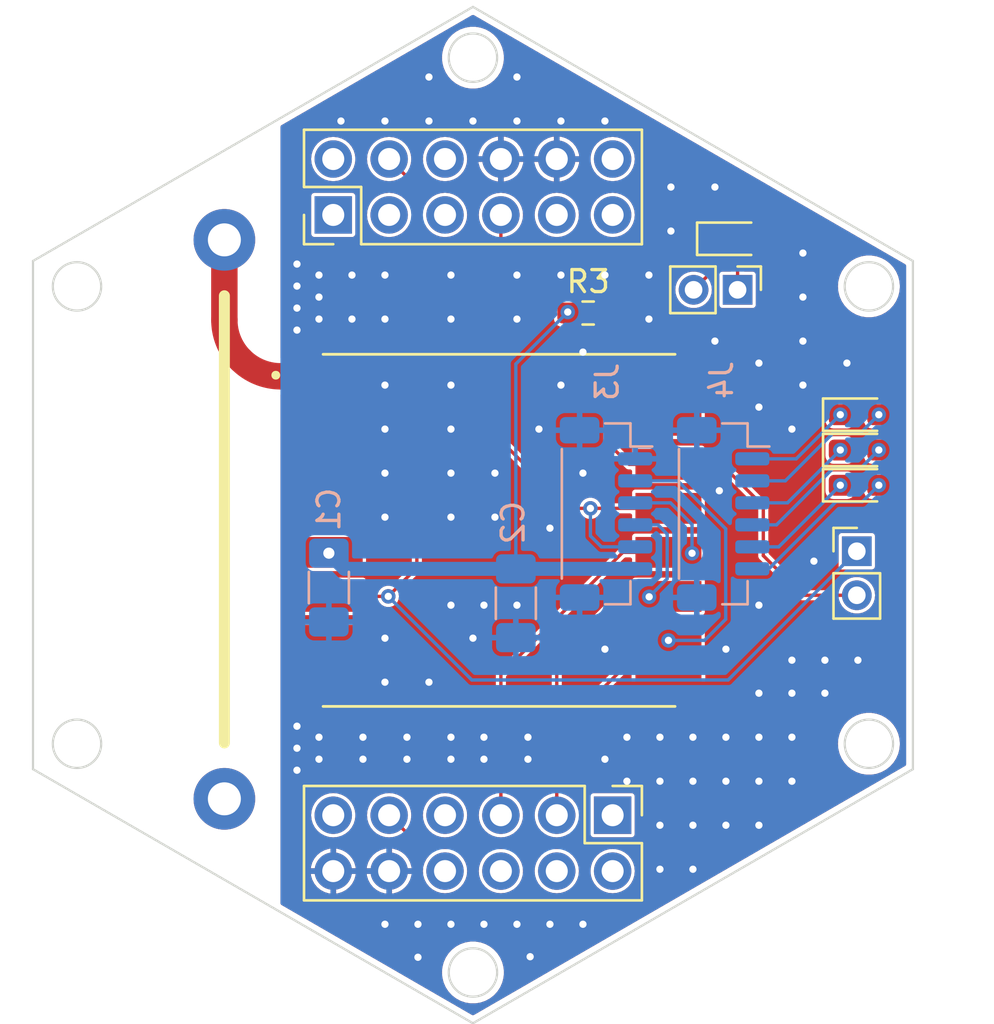
<source format=kicad_pcb>
(kicad_pcb (version 20221018) (generator pcbnew)
  (layers (0 "F.Cu" signal) (31 "B.Cu" signal) (34 "B.Paste" user) (35 "F.Paste" user) (36 "B.SilkS" user "B.Silkscreen") (37 "F.SilkS" user "F.Silkscreen") (38 "B.Mask" user) (39 "F.Mask" user) (44 "Edge.Cuts" user))
  (net 0 "")
  (net 1 "GND")
  (net 2 "VCC")
  (net 3 "/VBAT")
  (net 4 "/SDA")
  (net 5 "/SCL")
  (net 6 "/BAT_BR")
  (net 7 "/D8")
  (net 8 "/A3")
  (net 9 "/VBUS")
  (net 10 "/A2")
  (net 11 "/BURN_EN")
  (net 12 "/D12")
  (net 13 "/D10")
  (net 14 "/D1")
  (net 15 "/D3")
  (net 16 "/D2")
  (net 17 "/A4")
  (net 18 "/SCK")
  (net 19 "/A5")
  (net 20 "/MOSI")
  (net 21 "/MISO")
  (net 22 "/LoRa_CS")
  (net 24 "Net-(U1-ANT)")
  (net 25 "/RST_LoRa")
  (net 31 "/LED01")
  (net 32 "/LED02")
  (net 33 "/LED12")
  (net 34 "/LED11")
  (net 35 "/LED31")
  (net 36 "/LED32")
  (net 37 "/LED22")
  (net 38 "/LED21")
  (footprint "LED_SMD:LED_0603_1608Metric_Pad1.05x0.95mm_HandSolder" (layer "F.Cu") (at 167.735 97.148621)
    (fp_text reference "D2" hide)
    (fp_text value "LED")
    (fp_line (start -1.66 -0.735) (end -1.66 0.735) (stroke (width 0.12)) (layer "F.SilkS"))
    (fp_line (start -1.66 0.735) (end 0.8 0.735) (stroke (width 0.12)) (layer "F.SilkS"))
    (fp_line (start 0.8 -0.735) (end -1.66 -0.735) (stroke (width 0.12)) (layer "F.SilkS"))
    (pad "1" smd roundrect (at -0.875 0) (size 1.05 0.95) (layers "F.Cu" "F.Paste" "F.Mask") (net 33 "/LED12"))
    (pad "2" smd roundrect (at 0.875 0) (size 1.05 0.95) (layers "F.Cu" "F.Paste" "F.Mask") (net 34 "/LED11"))
  )
  (footprint "Connector_PinHeader_2.54mm:PinHeader_2x06_P2.54mm_Vertical" (layer "F.Cu") (at 143.81 86.465599 90)
    (fp_text reference "J1" hide)
    (fp_text value "Conn_02x06_Odd_Even" hide)
    (fp_line (start -1.33 -1.33) (end 0 -1.33) (stroke (width 0.12)) (layer "F.SilkS"))
    (fp_line (start -1.33 0) (end -1.33 -1.33) (stroke (width 0.12)) (layer "F.SilkS"))
    (fp_line (start -1.33 1.27) (end -1.33 14.03) (stroke (width 0.12)) (layer "F.SilkS"))
    (fp_line (start -1.33 1.27) (end 1.27 1.27) (stroke (width 0.12)) (layer "F.SilkS"))
    (fp_line (start -1.33 14.03) (end 3.87 14.03) (stroke (width 0.12)) (layer "F.SilkS"))
    (fp_line (start 1.27 -1.33) (end 3.87 -1.33) (stroke (width 0.12)) (layer "F.SilkS"))
    (fp_line (start 1.27 1.27) (end 1.27 -1.33) (stroke (width 0.12)) (layer "F.SilkS"))
    (fp_line (start 3.87 -1.33) (end 3.87 14.03) (stroke (width 0.12)) (layer "F.SilkS"))
    (pad "1" thru_hole rect (at 0 0 90) (size 1.7 1.7) (drill 1) (layers "*.Cu" "*.Mask") (net 3 "/VBAT"))
    (pad "2" thru_hole oval (at 2.54 0 90) (size 1.7 1.7) (drill 1) (layers "*.Cu" "*.Mask") (net 7 "/D8"))
    (pad "3" thru_hole oval (at 0 2.54 90) (size 1.7 1.7) (drill 1) (layers "*.Cu" "*.Mask") (net 19 "/A5"))
    (pad "4" thru_hole oval (at 2.54 2.54 90) (size 1.7 1.7) (drill 1) (layers "*.Cu" "*.Mask") (net 8 "/A3"))
    (pad "5" thru_hole oval (at 0 5.08 90) (size 1.7 1.7) (drill 1) (layers "*.Cu" "*.Mask") (net 9 "/VBUS"))
    (pad "6" thru_hole oval (at 2.54 5.08 90) (size 1.7 1.7) (drill 1) (layers "*.Cu" "*.Mask") (net 10 "/A2"))
    (pad "7" thru_hole oval (at 0 7.62 90) (size 1.7 1.7) (drill 1) (layers "*.Cu" "*.Mask") (net 22 "/LoRa_CS"))
    (pad "8" thru_hole oval (at 2.54 7.62 90) (size 1.7 1.7) (drill 1) (layers "*.Cu" "*.Mask") (net 1 "GND"))
    (pad "9" thru_hole oval (at 0 10.16 90) (size 1.7 1.7) (drill 1) (layers "*.Cu" "*.Mask") (net 11 "/BURN_EN"))
    (pad "10" thru_hole oval (at 2.54 10.16 90) (size 1.7 1.7) (drill 1) (layers "*.Cu" "*.Mask") (net 1 "GND"))
    (pad "11" thru_hole oval (at 0 12.7 90) (size 1.7 1.7) (drill 1) (layers "*.Cu" "*.Mask") (net 4 "/SDA"))
    (pad "12" thru_hole oval (at 2.54 12.7 90) (size 1.7 1.7) (drill 1) (layers "*.Cu" "*.Mask") (net 5 "/SCL"))
  )
  (footprint "Connector_PinHeader_2.54mm:PinHeader_2x06_P2.54mm_Vertical" (layer "F.Cu") (at 156.51 113.743621 -90)
    (fp_text reference "J2" hide)
    (fp_text value "Conn_02x06_Odd_Even" hide)
    (fp_line (start -1.33 -1.33) (end 0 -1.33) (stroke (width 0.12)) (layer "F.SilkS"))
    (fp_line (start -1.33 0) (end -1.33 -1.33) (stroke (width 0.12)) (layer "F.SilkS"))
    (fp_line (start -1.33 1.27) (end -1.33 14.03) (stroke (width 0.12)) (layer "F.SilkS"))
    (fp_line (start -1.33 1.27) (end 1.27 1.27) (stroke (width 0.12)) (layer "F.SilkS"))
    (fp_line (start -1.33 14.03) (end 3.87 14.03) (stroke (width 0.12)) (layer "F.SilkS"))
    (fp_line (start 1.27 -1.33) (end 3.87 -1.33) (stroke (width 0.12)) (layer "F.SilkS"))
    (fp_line (start 1.27 1.27) (end 1.27 -1.33) (stroke (width 0.12)) (layer "F.SilkS"))
    (fp_line (start 3.87 -1.33) (end 3.87 14.03) (stroke (width 0.12)) (layer "F.SilkS"))
    (pad "1" thru_hole rect (at 0 0 270) (size 1.7 1.7) (drill 1) (layers "*.Cu" "*.Mask") (net 12 "/D12"))
    (pad "2" thru_hole oval (at 2.54 0 270) (size 1.7 1.7) (drill 1) (layers "*.Cu" "*.Mask") (net 13 "/D10"))
    (pad "3" thru_hole oval (at 0 2.54 270) (size 1.7 1.7) (drill 1) (layers "*.Cu" "*.Mask") (net 20 "/MOSI"))
    (pad "4" thru_hole oval (at 2.54 2.54 270) (size 1.7 1.7) (drill 1) (layers "*.Cu" "*.Mask") (net 14 "/D1"))
    (pad "5" thru_hole oval (at 0 5.08 270) (size 1.7 1.7) (drill 1) (layers "*.Cu" "*.Mask") (net 18 "/SCK"))
    (pad "6" thru_hole oval (at 2.54 5.08 270) (size 1.7 1.7) (drill 1) (layers "*.Cu" "*.Mask") (net 15 "/D3"))
    (pad "7" thru_hole oval (at 0 7.62 270) (size 1.7 1.7) (drill 1) (layers "*.Cu" "*.Mask") (net 16 "/D2"))
    (pad "8" thru_hole oval (at 2.54 7.62 270) (size 1.7 1.7) (drill 1) (layers "*.Cu" "*.Mask") (net 17 "/A4"))
    (pad "9" thru_hole oval (at 0 10.16 270) (size 1.7 1.7) (drill 1) (layers "*.Cu" "*.Mask") (net 21 "/MISO"))
    (pad "10" thru_hole oval (at 2.54 10.16 270) (size 1.7 1.7) (drill 1) (layers "*.Cu" "*.Mask") (net 1 "GND"))
    (pad "11" thru_hole oval (at 0 12.7 270) (size 1.7 1.7) (drill 1) (layers "*.Cu" "*.Mask") (net 6 "/BAT_BR"))
    (pad "12" thru_hole oval (at 2.54 12.7 270) (size 1.7 1.7) (drill 1) (layers "*.Cu" "*.Mask") (net 1 "GND"))
  )
  (footprint "Mylib:ANT-916-HESM" (layer "F.Cu") (at 138.86 100.298621 90)
    (fp_text reference "U2" hide)
    (fp_text value "~")
    (fp_line (start -10.16 0) (end 10.16 0) (stroke (width 0.5)) (layer "F.SilkS"))
    (pad "1" thru_hole circle (at -12.7 0 90) (size 2.8 2.8) (drill 1.5) (layers "*.Cu" "*.Mask"))
    (pad "2" thru_hole circle (at 12.7 0 90) (size 2.8 2.8) (drill 1.5) (layers "*.Cu" "*.Mask") (net 24 "Net-(U1-ANT)"))
  )
  (footprint "LED_SMD:LED_0603_1608Metric_Pad1.05x0.95mm_HandSolder" (layer "F.Cu") (at 167.735 95.542632)
    (fp_text reference "D1" hide)
    (fp_text value "LED")
    (fp_line (start -1.66 -0.735) (end -1.66 0.735) (stroke (width 0.12)) (layer "F.SilkS"))
    (fp_line (start -1.66 0.735) (end 0.8 0.735) (stroke (width 0.12)) (layer "F.SilkS"))
    (fp_line (start 0.8 -0.735) (end -1.66 -0.735) (stroke (width 0.12)) (layer "F.SilkS"))
    (pad "1" smd roundrect (at -0.875 0) (size 1.05 0.95) (layers "F.Cu" "F.Paste" "F.Mask") (net 32 "/LED02"))
    (pad "2" smd roundrect (at 0.875 0) (size 1.05 0.95) (layers "F.Cu" "F.Paste" "F.Mask") (net 31 "/LED01"))
  )
  (footprint "Connector_PinHeader_2.00mm:PinHeader_1x02_P2.00mm_Vertical" (layer "F.Cu") (at 167.61 101.748621)
    (fp_text reference "J5" hide)
    (fp_text value "Conn_01x02_Pin")
    (fp_line (start -1.06 -1.06) (end 0 -1.06) (stroke (width 0.12)) (layer "F.SilkS"))
    (fp_line (start -1.06 0) (end -1.06 -1.06) (stroke (width 0.12)) (layer "F.SilkS"))
    (fp_line (start -1.06 1) (end -1.06 3.06) (stroke (width 0.12)) (layer "F.SilkS"))
    (fp_line (start -1.06 1) (end 1.06 1) (stroke (width 0.12)) (layer "F.SilkS"))
    (fp_line (start -1.06 3.06) (end 1.06 3.06) (stroke (width 0.12)) (layer "F.SilkS"))
    (fp_line (start 1.06 1) (end 1.06 3.06) (stroke (width 0.12)) (layer "F.SilkS"))
    (pad "1" thru_hole rect (at 0 0) (size 1.35 1.35) (drill 0.8) (layers "*.Cu" "*.Mask") (net 8 "/A3"))
    (pad "2" thru_hole oval (at 0 2) (size 1.35 1.35) (drill 0.8) (layers "*.Cu" "*.Mask") (net 25 "/RST_LoRa"))
  )
  (footprint "LED_SMD:LED_0603_1608Metric_Pad1.05x0.95mm_HandSolder" (layer "F.Cu") (at 167.735 98.748621)
    (fp_text reference "D4" hide)
    (fp_text value "LED")
    (fp_line (start -1.66 -0.735) (end -1.66 0.735) (stroke (width 0.12)) (layer "F.SilkS"))
    (fp_line (start -1.66 0.735) (end 0.8 0.735) (stroke (width 0.12)) (layer "F.SilkS"))
    (fp_line (start 0.8 -0.735) (end -1.66 -0.735) (stroke (width 0.12)) (layer "F.SilkS"))
    (pad "1" smd roundrect (at -0.875 0) (size 1.05 0.95) (layers "F.Cu" "F.Paste" "F.Mask") (net 37 "/LED22"))
    (pad "2" smd roundrect (at 0.875 0) (size 1.05 0.95) (layers "F.Cu" "F.Paste" "F.Mask") (net 38 "/LED21"))
  )
  (footprint "Resistor_SMD:R_0603_1608Metric_Pad0.98x0.95mm_HandSolder" (layer "F.Cu") (at 155.3975 90.923621)
    (fp_text reference "R3" (at 0 -1.43) (layer "F.SilkS"))
    (fp_text value "100K")
    (fp_line (start -0.254724 -0.5225) (end 0.254724 -0.5225) (stroke (width 0.12)) (layer "F.SilkS"))
    (fp_line (start -0.254724 0.5225) (end 0.254724 0.5225) (stroke (width 0.12)) (layer "F.SilkS"))
    (pad "1" smd roundrect (at -0.9125 0) (size 0.975 0.95) (layers "F.Cu" "F.Paste" "F.Mask") (net 2 "VCC"))
    (pad "2" smd roundrect (at 0.9125 0) (size 0.975 0.95) (layers "F.Cu" "F.Paste" "F.Mask") (net 25 "/RST_LoRa"))
  )
  (footprint "Mylib:XCVR_RFM95W-915S2" (layer "F.Cu") (at 151.3475 100.798621)
    (fp_text reference "U1" hide)
    (fp_text value "RFM95CW" hide)
    (fp_line (start -8 -8) (end 8 -8) (stroke (width 0.127)) (layer "F.SilkS"))
    (fp_line (start -8 8) (end 8 8) (stroke (width 0.127)) (layer "F.SilkS"))
    (fp_circle (center -10.15 -7.05) (end -10.05 -7.05) (stroke (width 0.2)) (fill none) (layer "F.SilkS"))
    (pad "1" smd rect (at -7.7 -7) (size 3 1.4) (layers "F.Cu" "F.Paste" "F.Mask") (net 24 "Net-(U1-ANT)"))
    (pad "2" smd rect (at -7.7 -5) (size 3 1.4) (layers "F.Cu" "F.Paste" "F.Mask") (net 1 "GND"))
    (pad "3" smd rect (at -7.7 -3) (size 3 1.4) (layers "F.Cu" "F.Paste" "F.Mask"))
    (pad "4" smd rect (at -7.7 -1) (size 3 1.4) (layers "F.Cu" "F.Paste" "F.Mask"))
    (pad "5" smd rect (at -7.7 1) (size 3 1.4) (layers "F.Cu" "F.Paste" "F.Mask") (net 2 "VCC"))
    (pad "6" smd rect (at -7.7 3) (size 3 1.4) (layers "F.Cu" "F.Paste" "F.Mask") (net 8 "/A3"))
    (pad "7" smd rect (at -7.7 5) (size 3 1.4) (layers "F.Cu" "F.Paste" "F.Mask"))
    (pad "8" smd rect (at -7.7 7) (size 3 1.4) (layers "F.Cu" "F.Paste" "F.Mask"))
    (pad "9" smd rect (at 7.7 7) (size 3 1.4) (layers "F.Cu" "F.Paste" "F.Mask") (net 1 "GND"))
    (pad "10" smd rect (at 7.7 5) (size 3 1.4) (layers "F.Cu" "F.Paste" "F.Mask") (net 21 "/MISO"))
    (pad "11" smd rect (at 7.7 3) (size 3 1.4) (layers "F.Cu" "F.Paste" "F.Mask") (net 20 "/MOSI"))
    (pad "12" smd rect (at 7.7 1) (size 3 1.4) (layers "F.Cu" "F.Paste" "F.Mask") (net 18 "/SCK"))
    (pad "13" smd rect (at 7.7 -1) (size 3 1.4) (layers "F.Cu" "F.Paste" "F.Mask") (net 22 "/LoRa_CS"))
    (pad "14" smd rect (at 7.7 -3) (size 3 1.4) (layers "F.Cu" "F.Paste" "F.Mask") (net 25 "/RST_LoRa"))
    (pad "15" smd rect (at 7.7 -5) (size 3 1.4) (layers "F.Cu" "F.Paste" "F.Mask"))
    (pad "16" smd rect (at 7.7 -7) (size 3 1.4) (layers "F.Cu" "F.Paste" "F.Mask") (net 1 "GND"))
  )
  (footprint "LED_SMD:LED_0603_1608Metric_Pad1.05x0.95mm_HandSolder" (layer "F.Cu") (at 162.01 87.548621)
    (fp_text reference "D3" hide)
    (fp_text value "LED")
    (fp_line (start -1.66 -0.735) (end -1.66 0.735) (stroke (width 0.12)) (layer "F.SilkS"))
    (fp_line (start -1.66 0.735) (end 0.8 0.735) (stroke (width 0.12)) (layer "F.SilkS"))
    (fp_line (start 0.8 -0.735) (end -1.66 -0.735) (stroke (width 0.12)) (layer "F.SilkS"))
    (pad "1" smd roundrect (at -0.875 0) (size 1.05 0.95) (layers "F.Cu" "F.Paste" "F.Mask") (net 36 "/LED32"))
    (pad "2" smd roundrect (at 0.875 0) (size 1.05 0.95) (layers "F.Cu" "F.Paste" "F.Mask") (net 35 "/LED31"))
  )
  (footprint "Connector_PinHeader_2.00mm:PinHeader_1x02_P2.00mm_Vertical" (layer "F.Cu") (at 162.19 89.868621 -90)
    (fp_text reference "J6" hide)
    (fp_text value "Conn_01x02_Pin")
    (fp_line (start -1.06 -1.06) (end 0 -1.06) (stroke (width 0.12)) (layer "F.SilkS"))
    (fp_line (start -1.06 0) (end -1.06 -1.06) (stroke (width 0.12)) (layer "F.SilkS"))
    (fp_line (start -1.06 1) (end -1.06 3.06) (stroke (width 0.12)) (layer "F.SilkS"))
    (fp_line (start -1.06 1) (end 1.06 1) (stroke (width 0.12)) (layer "F.SilkS"))
    (fp_line (start -1.06 3.06) (end 1.06 3.06) (stroke (width 0.12)) (layer "F.SilkS"))
    (fp_line (start 1.06 1) (end 1.06 3.06) (stroke (width 0.12)) (layer "F.SilkS"))
    (pad "1" thru_hole rect (at 0 0 270) (size 1.35 1.35) (drill 0.8) (layers "*.Cu" "*.Mask") (net 35 "/LED31"))
    (pad "2" thru_hole oval (at 0 2 270) (size 1.35 1.35) (drill 0.8) (layers "*.Cu" "*.Mask") (net 36 "/LED32"))
  )
  (footprint "Connector_JST:JST_SH_BM06B-SRSS-TB_1x06-1MP_P1.00mm_Vertical" (layer "B.Cu") (at 161.535 100.048621 -90)
    (fp_text reference "J4" (at -6.080989 0.075 90) (layer "B.SilkS") (effects (justify mirror)))
    (fp_text value "BM06B-SRSS-TBT(LF)(SN)")
    (fp_line (start -4.11 -1.11) (end -3.06 -1.11) (stroke (width 0.12)) (layer "B.SilkS"))
    (fp_line (start -4.11 0.04) (end -4.11 -1.11) (stroke (width 0.12)) (layer "B.SilkS"))
    (fp_line (start -3.06 -1.11) (end -3.06 -2.1) (stroke (width 0.12)) (layer "B.SilkS"))
    (fp_line (start -2.94 2.01) (end 2.94 2.01) (stroke (width 0.12)) (layer "B.SilkS"))
    (fp_line (start 4.11 -1.11) (end 3.06 -1.11) (stroke (width 0.12)) (layer "B.SilkS"))
    (fp_line (start 4.11 0.04) (end 4.11 -1.11) (stroke (width 0.12)) (layer "B.SilkS"))
    (pad "1" smd roundrect (at -2.5 -1.325 270) (size 0.6 1.55) (layers "B.Cu" "B.Paste" "B.Mask") (net 32 "/LED02"))
    (pad "2" smd roundrect (at -1.5 -1.325 270) (size 0.6 1.55) (layers "B.Cu" "B.Paste" "B.Mask") (net 31 "/LED01"))
    (pad "3" smd roundrect (at -0.5 -1.325 270) (size 0.6 1.55) (layers "B.Cu" "B.Paste" "B.Mask") (net 33 "/LED12"))
    (pad "4" smd roundrect (at 0.5 -1.325 270) (size 0.6 1.55) (layers "B.Cu" "B.Paste" "B.Mask") (net 34 "/LED11"))
    (pad "5" smd roundrect (at 1.5 -1.325 270) (size 0.6 1.55) (layers "B.Cu" "B.Paste" "B.Mask") (net 37 "/LED22"))
    (pad "6" smd roundrect (at 2.5 -1.325 270) (size 0.6 1.55) (layers "B.Cu" "B.Paste" "B.Mask") (net 38 "/LED21"))
    (pad "MP" smd roundrect (at -3.8 1.2 270) (size 1.2 1.8) (layers "B.Cu" "B.Paste" "B.Mask") (roundrect_rratio 0.208333) (net 1 "GND"))
    (pad "MP" smd roundrect (at 3.8 1.2 270) (size 1.2 1.8) (layers "B.Cu" "B.Paste" "B.Mask") (roundrect_rratio 0.208333) (net 1 "GND"))
  )
  (footprint "Capacitor_SMD:C_1206_3216Metric_Pad1.33x1.80mm_HandSolder" (layer "B.Cu") (at 143.61 103.398621 -90)
    (fp_text reference "C1" (at -3.55 0 90) (layer "B.SilkS") (effects (justify mirror)))
    (fp_text value "10uF")
    (fp_line (start -0.711252 -0.91) (end 0.711252 -0.91) (stroke (width 0.12)) (layer "B.SilkS"))
    (fp_line (start -0.711252 0.91) (end 0.711252 0.91) (stroke (width 0.12)) (layer "B.SilkS"))
    (pad "1" smd roundrect (at -1.5625 0 270) (size 1.325 1.8) (layers "B.Cu" "B.Paste" "B.Mask") (roundrect_rratio 0.188679) (net 2 "VCC"))
    (pad "2" smd roundrect (at 1.5625 0 270) (size 1.325 1.8) (layers "B.Cu" "B.Paste" "B.Mask") (roundrect_rratio 0.188679) (net 1 "GND"))
  )
  (footprint "Capacitor_SMD:C_1206_3216Metric_Pad1.33x1.80mm_HandSolder" (layer "B.Cu") (at 152.11 104.111121 -90)
    (fp_text reference "C2" (at -3.6625 0.125 90) (layer "B.SilkS") (effects (justify mirror)))
    (fp_text value "0.1uF")
    (fp_line (start -0.711252 -0.91) (end 0.711252 -0.91) (stroke (width 0.12)) (layer "B.SilkS"))
    (fp_line (start -0.711252 0.91) (end 0.711252 0.91) (stroke (width 0.12)) (layer "B.SilkS"))
    (pad "1" smd roundrect (at -1.5625 0 270) (size 1.325 1.8) (layers "B.Cu" "B.Paste" "B.Mask") (roundrect_rratio 0.188679) (net 2 "VCC"))
    (pad "2" smd roundrect (at 1.5625 0 270) (size 1.325 1.8) (layers "B.Cu" "B.Paste" "B.Mask") (roundrect_rratio 0.188679) (net 1 "GND"))
  )
  (footprint "Connector_JST:JST_SH_BM06B-SRSS-TB_1x06-1MP_P1.00mm_Vertical" (layer "B.Cu") (at 156.21 100.048621 -90)
    (fp_text reference "J3" (at -6 -0.05 90) (layer "B.SilkS") (effects (justify mirror)))
    (fp_text value "BM06B-SRSS-TBT(LF)(SN)")
    (fp_line (start -4.11 -1.11) (end -3.06 -1.11) (stroke (width 0.12)) (layer "B.SilkS"))
    (fp_line (start -4.11 0.04) (end -4.11 -1.11) (stroke (width 0.12)) (layer "B.SilkS"))
    (fp_line (start -3.06 -1.11) (end -3.06 -2.1) (stroke (width 0.12)) (layer "B.SilkS"))
    (fp_line (start -2.94 2.01) (end 2.94 2.01) (stroke (width 0.12)) (layer "B.SilkS"))
    (fp_line (start 4.11 -1.11) (end 3.06 -1.11) (stroke (width 0.12)) (layer "B.SilkS"))
    (fp_line (start 4.11 0.04) (end 4.11 -1.11) (stroke (width 0.12)) (layer "B.SilkS"))
    (pad "1" smd roundrect (at -2.5 -1.325 270) (size 0.6 1.55) (layers "B.Cu" "B.Paste" "B.Mask") (net 1 "GND"))
    (pad "2" smd roundrect (at -1.5 -1.325 270) (size 0.6 1.55) (layers "B.Cu" "B.Paste" "B.Mask") (net 21 "/MISO"))
    (pad "3" smd roundrect (at -0.5 -1.325 270) (size 0.6 1.55) (layers "B.Cu" "B.Paste" "B.Mask") (net 18 "/SCK"))
    (pad "4" smd roundrect (at 0.5 -1.325 270) (size 0.6 1.55) (layers "B.Cu" "B.Paste" "B.Mask") (net 20 "/MOSI"))
    (pad "5" smd roundrect (at 1.5 -1.325 270) (size 0.6 1.55) (layers "B.Cu" "B.Paste" "B.Mask") (net 22 "/LoRa_CS"))
    (pad "6" smd roundrect (at 2.5 -1.325 270) (size 0.6 1.55) (layers "B.Cu" "B.Paste" "B.Mask") (net 2 "VCC"))
    (pad "MP" smd roundrect (at -3.8 1.2 270) (size 1.2 1.8) (layers "B.Cu" "B.Paste" "B.Mask") (roundrect_rratio 0.208333) (net 1 "GND"))
    (pad "MP" smd roundrect (at 3.8 1.2 270) (size 1.2 1.8) (layers "B.Cu" "B.Paste" "B.Mask") (roundrect_rratio 0.208333) (net 1 "GND"))
  )
  (gr_line (start 130.16 88.557605) (end 130.16 111.651615) (stroke (width 0.1)) (layer "Edge.Cuts"))
  (gr_circle (center 168.16 110.496915) (end 169.26 110.496915) (stroke (width 0.1)) (fill none) (layer "Edge.Cuts"))
  (gr_line (start 130.16 111.651615) (end 150.16 123.198621) (stroke (width 0.1)) (layer "Edge.Cuts"))
  (gr_circle (center 168.16 89.712305) (end 169.26 89.712305) (stroke (width 0.1)) (fill none) (layer "Edge.Cuts"))
  (gr_circle (center 132.16 89.712305) (end 133.26 89.712305) (stroke (width 0.1)) (fill none) (layer "Edge.Cuts"))
  (gr_line (start 150.16 77.010599) (end 130.16 88.557605) (stroke (width 0.1)) (layer "Edge.Cuts"))
  (gr_line (start 170.16 88.557605) (end 150.16 77.010599) (stroke (width 0.1)) (layer "Edge.Cuts"))
  (gr_circle (center 150.16 79.32) (end 151.26 79.32) (stroke (width 0.1)) (fill none) (layer "Edge.Cuts"))
  (gr_circle (center 150.16 120.88922) (end 151.26 120.88922) (stroke (width 0.1)) (fill none) (layer "Edge.Cuts"))
  (gr_line (start 170.16 111.651615) (end 170.16 88.557605) (stroke (width 0.1)) (layer "Edge.Cuts"))
  (gr_line (start 150.16 123.198621) (end 170.16 111.651615) (stroke (width 0.1)) (layer "Edge.Cuts"))
  (gr_circle (center 132.16 110.496915) (end 133.26 110.496915) (stroke (width 0.1)) (fill none) (layer "Edge.Cuts"))
  (via (at 143.16 90.198621) (size 0.6604) (drill 0.3302) (layers "F.Cu" "B.Cu") (net 1))
  (via (at 150.66 111.198621) (size 0.6604) (drill 0.3302) (layers "F.Cu" "B.Cu") (net 1))
  (via (at 149.16 89.198621) (size 0.6604) (drill 0.3302) (layers "F.Cu" "B.Cu") (net 1))
  (via (at 142.16 109.698621) (size 0.6604) (drill 0.3302) (layers "F.Cu" "B.Cu") (net 1))
  (via (at 153.16 96.198621) (size 0.6604) (drill 0.3302) (layers "F.Cu" "B.Cu") (net 1))
  (via (at 143.16 89.198621) (size 0.6604) (drill 0.3302) (layers "F.Cu" "B.Cu") (net 1))
  (via (at 149.16 110.198621) (size 0.6604) (drill 0.3302) (layers "F.Cu" "B.Cu") (net 1))
  (via (at 163.16 108.198621) (size 0.6604) (drill 0.3302) (layers "F.Cu" "B.Cu") (net 1))
  (via (at 154.16 89.198621) (size 0.6604) (drill 0.3302) (layers "F.Cu" "B.Cu") (net 1))
  (via (at 158.66 112.198621) (size 0.6604) (drill 0.3302) (layers "F.Cu" "B.Cu") (net 1))
  (via (at 142.16 111.698621) (size 0.6604) (drill 0.3302) (layers "F.Cu" "B.Cu") (net 1))
  (via (at 150.16 82.198621) (size 0.6604) (drill 0.3302) (layers "F.Cu" "B.Cu") (net 1))
  (via (at 166.16 106.698621) (size 0.6604) (drill 0.3302) (layers "F.Cu" "B.Cu") (net 1))
  (via (at 152.66 111.198621) (size 0.6604) (drill 0.3302) (layers "F.Cu" "B.Cu") (net 1))
  (via (at 147.16 110.198621) (size 0.6604) (drill 0.3302) (layers "F.Cu" "B.Cu") (net 1))
  (via (at 146.16 118.698621) (size 0.6604) (drill 0.3302) (layers "F.Cu" "B.Cu") (net 1))
  (via (at 142.16 91.698621) (size 0.6604) (drill 0.3302) (layers "F.Cu" "B.Cu") (net 1))
  (via (at 146.16 91.198621) (size 0.6604) (drill 0.3302) (layers "F.Cu" "B.Cu") (net 1))
  (via (at 147.66 118.698621) (size 0.6604) (drill 0.3302) (layers "F.Cu" "B.Cu") (net 1))
  (via (at 149.16 96.198621) (size 0.6604) (drill 0.3302) (layers "F.Cu" "B.Cu") (net 1))
  (via (at 150.66 104.198621) (size 0.6604) (drill 0.3302) (layers "F.Cu" "B.Cu") (net 1))
  (via (at 153.66 118.698621) (size 0.6604) (drill 0.3302) (layers "F.Cu" "B.Cu") (net 1))
  (via (at 161.36 98.998621) (size 0.6604) (drill 0.3302) (layers "F.Cu" "B.Cu") (net 1))
  (via (at 155.16 92.698621) (size 0.6604) (drill 0.3302) (layers "F.Cu" "B.Cu") (net 1))
  (via (at 158.16 91.198621) (size 0.6604) (drill 0.3302) (layers "F.Cu" "B.Cu") (net 1))
  (via (at 146.16 105.698621) (size 0.6604) (drill 0.3302) (layers "F.Cu" "B.Cu") (net 1))
  (via (at 161.66 112.198621) (size 0.6604) (drill 0.3302) (layers "F.Cu" "B.Cu") (net 1))
  (via (at 156.16 111.198621) (size 0.6604) (drill 0.3302) (layers "F.Cu" "B.Cu") (net 1))
  (via (at 152.16 118.698621) (size 0.6604) (drill 0.3302) (layers "F.Cu" "B.Cu") (net 1))
  (via (at 151.16 98.198621) (size 0.6604) (drill 0.3302) (layers "F.Cu" "B.Cu") (net 1))
  (via (at 149.16 100.198621) (size 0.6604) (drill 0.3302) (layers "F.Cu" "B.Cu") (net 1))
  (via (at 143.16 91.198621) (size 0.6604) (drill 0.3302) (layers "F.Cu" "B.Cu") (net 1))
  (via (at 142.16 110.698621) (size 0.6604) (drill 0.3302) (layers "F.Cu" "B.Cu") (net 1))
  (via (at 158.66 114.198621) (size 0.6604) (drill 0.3302) (layers "F.Cu" "B.Cu") (net 1))
  (via (at 152.76 120.173621) (size 0.6604) (drill 0.3302) (layers "F.Cu" "B.Cu") (net 1))
  (via (at 143.16 111.198621) (size 0.6604) (drill 0.3302) (layers "F.Cu" "B.Cu") (net 1))
  (via (at 146.16 82.198621) (size 0.6604) (drill 0.3302) (layers "F.Cu" "B.Cu") (net 1))
  (via (at 164.66 112.198621) (size 0.6604) (drill 0.3302) (layers "F.Cu" "B.Cu") (net 1))
  (via (at 152.16 89.198621) (size 0.6604) (drill 0.3302) (layers "F.Cu" "B.Cu") (net 1))
  (via (at 159.16 87.198621) (size 0.6604) (drill 0.3302) (layers "F.Cu" "B.Cu") (net 1))
  (via (at 155.16 98.198621) (size 0.6604) (drill 0.3302) (layers "F.Cu" "B.Cu") (net 1))
  (via (at 145.16 110.198621) (size 0.6604) (drill 0.3302) (layers "F.Cu" "B.Cu") (net 1))
  (via (at 163.16 114.198621) (size 0.6604) (drill 0.3302) (layers "F.Cu" "B.Cu") (net 1))
  (via (at 156.16 82.198621) (size 0.6604) (drill 0.3302) (layers "F.Cu" "B.Cu") (net 1))
  (via (at 161.16 85.198621) (size 0.6604) (drill 0.3302) (layers "F.Cu" "B.Cu") (net 1))
  (via (at 154.16 82.198621) (size 0.6604) (drill 0.3302) (layers "F.Cu" "B.Cu") (net 1))
  (via (at 153.66 100.698621) (size 0.6604) (drill 0.3302) (layers "F.Cu" "B.Cu") (net 1))
  (via (at 150.16 105.698621) (size 0.6604) (drill 0.3302) (layers "F.Cu" "B.Cu") (net 1))
  (via (at 150.66 118.698621) (size 0.6604) (drill 0.3302) (layers "F.Cu" "B.Cu") (net 1))
  (via (at 154.16 94.198621) (size 0.6604) (drill 0.3302) (layers "F.Cu" "B.Cu") (net 1))
  (via (at 164.66 108.198621) (size 0.6604) (drill 0.3302) (layers "F.Cu" "B.Cu") (net 1))
  (via (at 165.16 94.198621) (size 0.6604) (drill 0.3302) (layers "F.Cu" "B.Cu") (net 1))
  (via (at 149.16 94.198621) (size 0.6604) (drill 0.3302) (layers "F.Cu" "B.Cu") (net 1))
  (via (at 146.16 100.198621) (size 0.6604) (drill 0.3302) (layers "F.Cu" "B.Cu") (net 1))
  (via (at 160.16 116.198621) (size 0.6604) (drill 0.3302) (layers "F.Cu" "B.Cu") (net 1))
  (via (at 164.66 106.698621) (size 0.6604) (drill 0.3302) (layers "F.Cu" "B.Cu") (net 1))
  (via (at 144.66 91.198621) (size 0.6604) (drill 0.3302) (layers "F.Cu" "B.Cu") (net 1))
  (via (at 152.16 104.198621) (size 0.6604) (drill 0.3302) (layers "F.Cu" "B.Cu") (net 1))
  (via (at 152.16 91.198621) (size 0.6604) (drill 0.3302) (layers "F.Cu" "B.Cu") (net 1))
  (via (at 143.16 110.198621) (size 0.6604) (drill 0.3302) (layers "F.Cu" "B.Cu") (net 1))
  (via (at 163.16 95.198621) (size 0.6604) (drill 0.3302) (layers "F.Cu" "B.Cu") (net 1))
  (via (at 146.16 107.698621) (size 0.6604) (drill 0.3302) (layers "F.Cu" "B.Cu") (net 1))
  (via (at 164.66 110.198621) (size 0.6604) (drill 0.3302) (layers "F.Cu" "B.Cu") (net 1))
  (via (at 148.16 82.198621) (size 0.6604) (drill 0.3302) (layers "F.Cu" "B.Cu") (net 1))
  (via (at 155.16 118.698621) (size 0.6604) (drill 0.3302) (layers "F.Cu" "B.Cu") (net 1))
  (via (at 146.16 98.198621) (size 0.6604) (drill 0.3302) (layers "F.Cu" "B.Cu") (net 1))
  (via (at 158.16 89.198621) (size 0.6604) (drill 0.3302) (layers "F.Cu" "B.Cu") (net 1))
  (via (at 163.16 110.198621) (size 0.6604) (drill 0.3302) (layers "F.Cu" "B.Cu") (net 1))
  (via (at 163.16 93.198621) (size 0.6604) (drill 0.3302) (layers "F.Cu" "B.Cu") (net 1))
  (via (at 163.16 112.198621) (size 0.6604) (drill 0.3302) (layers "F.Cu" "B.Cu") (net 1))
  (via (at 152.66 110.198621) (size 0.6604) (drill 0.3302) (layers "F.Cu" "B.Cu") (net 1))
  (via (at 167.66 106.698621) (size 0.6604) (drill 0.3302) (layers "F.Cu" "B.Cu") (net 1))
  (via (at 157.16 112.198621) (size 0.6604) (drill 0.3302) (layers "F.Cu" "B.Cu") (net 1))
  (via (at 159.16 85.198621) (size 0.6604) (drill 0.3302) (layers "F.Cu" "B.Cu") (net 1))
  (via (at 148.16 80.198621) (size 0.6604) (drill 0.3302) (layers "F.Cu" "B.Cu") (net 1))
  (via (at 151.16 100.198621) (size 0.6604) (drill 0.3302) (layers "F.Cu" "B.Cu") (net 1))
  (via (at 144.16 82.198621) (size 0.6604) (drill 0.3302) (layers "F.Cu" "B.Cu") (net 1))
  (via (at 165.16 90.198621) (size 0.6604) (drill 0.3302) (layers "F.Cu" "B.Cu") (net 1))
  (via (at 150.66 110.198621) (size 0.6604) (drill 0.3302) (layers "F.Cu" "B.Cu") (net 1))
  (via (at 158.66 110.198621) (size 0.6604) (drill 0.3302) (layers "F.Cu" "B.Cu") (net 1))
  (via (at 160.16 114.198621) (size 0.6604) (drill 0.3302) (layers "F.Cu" "B.Cu") (net 1))
  (via (at 149.16 91.198621) (size 0.6604) (drill 0.3302) (layers "F.Cu" "B.Cu") (net 1))
  (via (at 161.66 106.198621) (size 0.6604) (drill 0.3302) (layers "F.Cu" "B.Cu") (net 1))
  (via (at 163.16 104.198621) (size 0.6604) (drill 0.3302) (layers "F.Cu" "B.Cu") (net 1))
  (via (at 149.16 118.698621) (size 0.6604) (drill 0.3302) (layers "F.Cu" "B.Cu") (net 1))
  (via (at 158.66 116.198621) (size 0.6604) (drill 0.3302) (layers "F.Cu" "B.Cu") (net 1))
  (via (at 149.16 111.198621) (size 0.6604) (drill 0.3302) (layers "F.Cu" "B.Cu") (net 1))
  (via (at 142.16 89.698621) (size 0.6604) (drill 0.3302) (layers "F.Cu" "B.Cu") (net 1))
  (via (at 147.66 120.198621) (size 0.6604) (drill 0.3302) (layers "F.Cu" "B.Cu") (net 1))
  (via (at 144.66 89.198621) (size 0.6604) (drill 0.3302) (layers "F.Cu" "B.Cu") (net 1))
  (via (at 149.16 104.198621) (size 0.6604) (drill 0.3302) (layers "F.Cu" "B.Cu") (net 1))
  (via (at 167.16 93.198621) (size 0.6604) (drill 0.3302) (layers "F.Cu" "B.Cu") (net 1))
  (via (at 152.16 82.198621) (size 0.6604) (drill 0.3302) (layers "F.Cu" "B.Cu") (net 1))
  (via (at 156.16 106.198621) (size 0.6604) (drill 0.3302) (layers "F.Cu" "B.Cu") (net 1))
  (via (at 156.16 89.198621) (size 0.6604) (drill 0.3302) (layers "F.Cu" "B.Cu") (net 1))
  (via (at 157.16 110.198621) (size 0.6604) (drill 0.3302) (layers "F.Cu" "B.Cu") (net 1))
  (via (at 161.66 110.198621) (size 0.6604) (drill 0.3302) (layers "F.Cu" "B.Cu") (net 1))
  (via (at 146.16 94.198621) (size 0.6604) (drill 0.3302) (layers "F.Cu" "B.Cu") (net 1))
  (via (at 160.16 112.198621) (size 0.6604) (drill 0.3302) (layers "F.Cu" "B.Cu") (net 1))
  (via (at 148.16 107.698621) (size 0.6604) (drill 0.3302) (layers "F.Cu" "B.Cu") (net 1))
  (via (at 152.16 80.198621) (size 0.6604) (drill 0.3302) (layers "F.Cu" "B.Cu") (net 1))
  (via (at 149.16 98.198621) (size 0.6604) (drill 0.3302) (layers "F.Cu" "B.Cu") (net 1))
  (via (at 146.16 89.198621) (size 0.6604) (drill 0.3302) (layers "F.Cu" "B.Cu") (net 1))
  (via (at 165.16 88.198621) (size 0.6604) (drill 0.3302) (layers "F.Cu" "B.Cu") (net 1))
  (via (at 147.16 111.198621) (size 0.6604) (drill 0.3302) (layers "F.Cu" "B.Cu") (net 1))
  (via (at 161.16 92.198621) (size 0.6604) (drill 0.3302) (layers "F.Cu" "B.Cu") (net 1))
  (via (at 146.16 96.198621) (size 0.6604) (drill 0.3302) (layers "F.Cu" "B.Cu") (net 1))
  (via (at 145.16 111.198621) (size 0.6604) (drill 0.3302) (layers "F.Cu" "B.Cu") (net 1))
  (via (at 166.16 108.198621) (size 0.6604) (drill 0.3302) (layers "F.Cu" "B.Cu") (net 1))
  (via (at 165.16 92.198621) (size 0.6604) (drill 0.3302) (layers "F.Cu" "B.Cu") (net 1))
  (via (at 161.66 114.198621) (size 0.6604) (drill 0.3302) (layers "F.Cu" "B.Cu") (net 1))
  (via (at 160.16 110.198621) (size 0.6604) (drill 0.3302) (layers "F.Cu" "B.Cu") (net 1))
  (via (at 142.16 90.698621) (size 0.6604) (drill 0.3302) (layers "F.Cu" "B.Cu") (net 1))
  (via (at 142.16 88.698621) (size 0.6604) (drill 0.3302) (layers "F.Cu" "B.Cu") (net 1))
  (via (at 164.66 96.198621) (size 0.6604) (drill 0.3302) (layers "F.Cu" "B.Cu") (net 1))
  (via (at 165.66 102.198621) (size 0.6604) (drill 0.3302) (layers "F.Cu" "B.Cu") (net 1))
  (via (at 154.47 90.878621) (size 0.6604) (drill 0.3302) (layers "F.Cu" "B.Cu") (net 2))
  (via (at 143.61 101.836121) (size 1.016) (drill 0.508) (layers "F.Cu" "B.Cu") (net 2))
  (segment (start 152.11 102.548621) (end 157.535 102.548621) (width 0.635) (layer "B.Cu") (net 2))
  (segment (start 154.47 90.878621) (end 152.11 93.238621) (width 0.1524) (layer "B.Cu") (net 2))
  (segment (start 152.11 93.238621) (end 152.11 102.548621) (width 0.1524) (layer "B.Cu") (net 2))
  (segment (start 152.11 102.548621) (end 144.3225 102.548621) (width 0.635) (layer "B.Cu") (net 2))
  (segment (start 144.3225 102.548621) (end 143.61 101.836121) (width 0.635) (layer "B.Cu") (net 2))
  (segment (start 147.61 85.185599) (end 147.61 102.498621) (width 0.1524) (layer "F.Cu") (net 8))
  (segment (start 143.6475 103.798621) (end 146.31 103.798621) (width 0.1524) (layer "F.Cu") (net 8))
  (segment (start 147.61 102.498621) (end 146.31 103.798621) (width 0.1524) (layer "F.Cu") (net 8))
  (segment (start 146.35 83.925599) (end 147.61 85.185599) (width 0.1524) (layer "F.Cu") (net 8))
  (via (at 146.31 103.798621) (size 0.6604) (drill 0.3302) (layers "F.Cu" "B.Cu") (net 8))
  (segment (start 150.11 107.598621) (end 161.76 107.598621) (width 0.1524) (layer "B.Cu") (net 8))
  (segment (start 146.31 103.798621) (end 150.11 107.598621) (width 0.1524) (layer "B.Cu") (net 8))
  (segment (start 161.76 107.598621) (end 167.61 101.748621) (width 0.1524) (layer "B.Cu") (net 8))
  (segment (start 151.43 107.338621) (end 151.43 113.743621) (width 0.1524) (layer "F.Cu") (net 18))
  (segment (start 159.0475 101.798621) (end 156.97 101.798621) (width 0.1524) (layer "F.Cu") (net 18))
  (segment (start 156.97 101.798621) (end 151.43 107.338621) (width 0.1524) (layer "F.Cu") (net 18))
  (via (at 160.12 101.838621) (size 0.6604) (drill 0.3302) (layers "F.Cu" "B.Cu") (net 18))
  (segment (start 160.12 100.528621) (end 160.12 101.838621) (width 0.1524) (layer "B.Cu") (net 18))
  (segment (start 157.535 99.548621) (end 159.14 99.548621) (width 0.1524) (layer "B.Cu") (net 18))
  (segment (start 159.14 99.548621) (end 160.12 100.528621) (width 0.1524) (layer "B.Cu") (net 18))
  (segment (start 158.17 103.818621) (end 158.19 103.798621) (width 0.1524) (layer "F.Cu") (net 20))
  (segment (start 153.97 106.688621) (end 156.86 103.798621) (width 0.1524) (layer "F.Cu") (net 20))
  (segment (start 153.97 113.743621) (end 153.97 106.688621) (width 0.1524) (layer "F.Cu") (net 20))
  (segment (start 158.15 103.798621) (end 158.17 103.818621) (width 0.1524) (layer "F.Cu") (net 20))
  (segment (start 158.19 103.798621) (end 159.0475 103.798621) (width 0.1524) (layer "F.Cu") (net 20))
  (segment (start 156.86 103.798621) (end 158.15 103.798621) (width 0.1524) (layer "F.Cu") (net 20))
  (via (at 158.17 103.818621) (size 0.6604) (drill 0.3302) (layers "F.Cu" "B.Cu") (net 20))
  (segment (start 157.535 100.548621) (end 158.57 100.548621) (width 0.1524) (layer "B.Cu") (net 20))
  (segment (start 158.99 100.968621) (end 158.99 102.998621) (width 0.1524) (layer "B.Cu") (net 20))
  (segment (start 158.99 102.998621) (end 158.17 103.818621) (width 0.1524) (layer "B.Cu") (net 20))
  (segment (start 158.57 100.548621) (end 158.99 100.968621) (width 0.1524) (layer "B.Cu") (net 20))
  (segment (start 155.21 114.448621) (end 154.4536 115.205021) (width 0.1524) (layer "F.Cu") (net 21))
  (segment (start 155.21 108.836121) (end 155.21 114.448621) (width 0.1524) (layer "F.Cu") (net 21))
  (segment (start 159.0475 105.798621) (end 158.2475 105.798621) (width 0.1524) (layer "F.Cu") (net 21))
  (segment (start 158.2475 105.798621) (end 155.21 108.836121) (width 0.1524) (layer "F.Cu") (net 21))
  (segment (start 147.8114 115.205021) (end 146.35 113.743621) (width 0.1524) (layer "F.Cu") (net 21))
  (segment (start 154.4536 115.205021) (end 147.8114 115.205021) (width 0.1524) (layer "F.Cu") (net 21))
  (via (at 159.0475 105.798621) (size 0.6604) (drill 0.3302) (layers "F.Cu" "B.Cu") (net 21))
  (segment (start 161.65 104.838621) (end 160.69 105.798621) (width 0.1524) (layer "B.Cu") (net 21))
  (segment (start 159.47 98.548621) (end 161.65 100.728621) (width 0.1524) (layer "B.Cu") (net 21))
  (segment (start 161.65 100.728621) (end 161.65 104.838621) (width 0.1524) (layer "B.Cu") (net 21))
  (segment (start 157.535 98.548621) (end 159.47 98.548621) (width 0.1524) (layer "B.Cu") (net 21))
  (segment (start 160.69 105.798621) (end 159.0475 105.798621) (width 0.1524) (layer "B.Cu") (net 21))
  (segment (start 151.43 96.728621) (end 154.5 99.798621) (width 0.1524) (layer "F.Cu") (net 22))
  (segment (start 154.5 99.798621) (end 155.5 99.798621) (width 0.1524) (layer "F.Cu") (net 22))
  (segment (start 155.5 99.798621) (end 159.0475 99.798621) (width 0.1524) (layer "F.Cu") (net 22))
  (segment (start 151.43 86.465599) (end 151.43 96.728621) (width 0.1524) (layer "F.Cu") (net 22))
  (via (at 155.5 99.798621) (size 0.6604) (drill 0.3302) (layers "F.Cu" "B.Cu") (net 22))
  (segment (start 156 101.548621) (end 155.5 101.048621) (width 0.1524) (layer "B.Cu") (net 22))
  (segment (start 155.5 101.048621) (end 155.5 99.798621) (width 0.1524) (layer "B.Cu") (net 22))
  (segment (start 157.535 101.548621) (end 156 101.548621) (width 0.1524) (layer "B.Cu") (net 22))
  (segment (start 141.42066 93.798621) (end 143.6475 93.798621) (width 1.2) (layer "F.Cu") (net 24))
  (segment (start 138.86 91.23796) (end 138.86 87.598621) (width 1.2) (layer "F.Cu") (net 24))
  (arc (start 139.61 93.048621) (mid 140.440737 93.603702) (end 141.42066 93.798621) (width 1.2) (layer "F.Cu") (net 24))
  (arc (start 138.86 91.23796) (mid 139.054918 92.217882) (end 139.61 93.048621) (width 1.2) (layer "F.Cu") (net 24))
  (segment (start 156.31 96.848621) (end 157.26 97.798621) (width 0.1524) (layer "F.Cu") (net 25))
  (segment (start 156.31 90.923621) (end 156.31 96.848621) (width 0.1524) (layer "F.Cu") (net 25))
  (segment (start 163.36 101.948621) (end 165.16 103.748621) (width 0.1524) (layer "F.Cu") (net 25))
  (segment (start 163.36 99.698621) (end 163.36 101.948621) (width 0.1524) (layer "F.Cu") (net 25))
  (segment (start 165.16 103.748621) (end 167.61 103.748621) (width 0.1524) (layer "F.Cu") (net 25))
  (segment (start 161.46 97.798621) (end 163.36 99.698621) (width 0.1524) (layer "F.Cu") (net 25))
  (segment (start 157.26 97.798621) (end 159.0475 97.798621) (width 0.1524) (layer "F.Cu") (net 25))
  (segment (start 159.0475 97.798621) (end 161.46 97.798621) (width 0.1524) (layer "F.Cu") (net 25))
  (via (at 168.61 95.542632) (size 0.6604) (drill 0.3302) (layers "F.Cu" "B.Cu") (net 31))
  (segment (start 167.804011 96.348621) (end 168.61 95.542632) (width 0.1524) (layer "B.Cu") (net 31))
  (segment (start 164.36 98.548621) (end 166.56 96.348621) (width 0.1524) (layer "B.Cu") (net 31))
  (segment (start 166.56 96.348621) (end 167.804011 96.348621) (width 0.1524) (layer "B.Cu") (net 31))
  (segment (start 162.86 98.548621) (end 164.36 98.548621) (width 0.1524) (layer "B.Cu") (net 31))
  (via (at 166.86 95.542632) (size 0.6604) (drill 0.3302) (layers "F.Cu" "B.Cu") (net 32))
  (segment (start 164.854011 97.548621) (end 166.86 95.542632) (width 0.1524) (layer "B.Cu") (net 32))
  (segment (start 162.86 97.548621) (end 164.854011 97.548621) (width 0.1524) (layer "B.Cu") (net 32))
  (via (at 166.86 97.148621) (size 0.6604) (drill 0.3302) (layers "F.Cu" "B.Cu") (net 33))
  (segment (start 162.86 99.548621) (end 164.46 99.548621) (width 0.1524) (layer "B.Cu") (net 33))
  (segment (start 164.46 99.548621) (end 166.86 97.148621) (width 0.1524) (layer "B.Cu") (net 33))
  (via (at 168.61 97.148621) (size 0.6604) (drill 0.3302) (layers "F.Cu" "B.Cu") (net 34))
  (segment (start 162.86 100.548621) (end 163.96 100.548621) (width 0.1524) (layer "B.Cu") (net 34))
  (segment (start 167.81 97.948621) (end 168.61 97.148621) (width 0.1524) (layer "B.Cu") (net 34))
  (segment (start 163.96 100.548621) (end 166.56 97.948621) (width 0.1524) (layer "B.Cu") (net 34))
  (segment (start 166.56 97.948621) (end 167.81 97.948621) (width 0.1524) (layer "B.Cu") (net 34))
  (segment (start 162.19 89.868621) (end 162.19 88.243621) (width 0.1524) (layer "F.Cu") (net 35))
  (segment (start 162.19 88.243621) (end 162.885 87.548621) (width 0.1524) (layer "F.Cu") (net 35))
  (segment (start 161.135 87.548621) (end 161.135 88.923621) (width 0.1524) (layer "F.Cu") (net 36))
  (segment (start 161.135 88.923621) (end 160.19 89.868621) (width 0.1524) (layer "F.Cu") (net 36))
  (via (at 166.86 98.748621) (size 0.6604) (drill 0.3302) (layers "F.Cu" "B.Cu") (net 37))
  (segment (start 162.86 101.548621) (end 164.06 101.548621) (width 0.1524) (layer "B.Cu") (net 37))
  (segment (start 164.06 101.548621) (end 166.86 98.748621) (width 0.1524) (layer "B.Cu") (net 37))
  (via (at 168.61 98.748621) (size 0.6604) (drill 0.3302) (layers "F.Cu" "B.Cu") (net 38))
  (segment (start 166.66 99.498621) (end 167.86 99.498621) (width 0.1524) (layer "B.Cu") (net 38))
  (segment (start 163.61 102.548621) (end 166.66 99.498621) (width 0.1524) (layer "B.Cu") (net 38))
  (segment (start 162.86 102.548621) (end 163.61 102.548621) (width 0.1524) (layer "B.Cu") (net 38))
  (segment (start 167.86 99.498621) (end 168.61 98.748621) (width 0.1524) (layer "B.Cu") (net 38))
  (zone (net 0) (net_name "") (layers "F&B.Cu") (connect_pads (clearance 0)) (min_thickness 0.25)
    (keepout (tracks allowed) (vias not_allowed) (pads allowed) (copperpour not_allowed) (footprints allowed))
    (fill (thermal_gap 0.5) (thermal_bridge_width 0.5))
    (polygon (pts (xy 141.41 79.698621) (xy 141.41 120.448621) (xy 128.66 120.448621) (xy 128.66 79.698621)))
  )
  (zone (net 1) (net_name "GND") (layers "F&B.Cu") (connect_pads (clearance 0.1524)) (min_thickness 0.1778) (fill yes (thermal_gap 0.1778) (thermal_bridge_width 0.254))
    (polygon (pts (xy 130.16 76.698621) (xy 170.16 76.698621) (xy 170.16 123.198621) (xy 130.16 123.198621)))
  )
)
</source>
